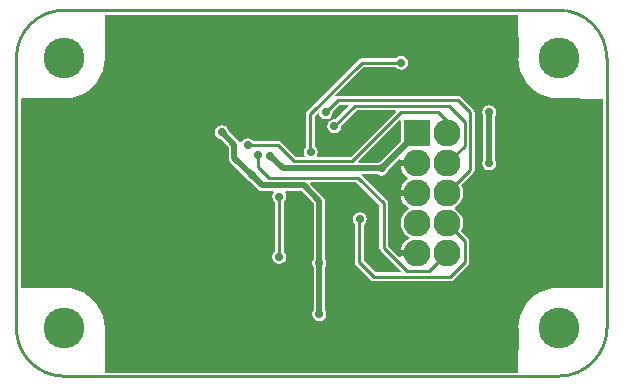
<source format=gbl>
%FSLAX25Y25*%
%MOIN*%
G70*
G01*
G75*
G04 Layer_Physical_Order=2*
G04 Layer_Color=16711680*
%ADD10R,0.07600X0.04700*%
%ADD11R,0.07600X0.09500*%
%ADD12R,0.08400X0.08400*%
%ADD13R,0.05400X0.01600*%
%ADD14R,0.21654X0.07874*%
%ADD15R,0.04000X0.03500*%
%ADD16R,0.06400X0.13200*%
%ADD17R,0.06400X0.04800*%
%ADD18R,0.03500X0.04000*%
%ADD19R,0.03543X0.03150*%
%ADD20R,0.11000X0.04000*%
%ADD21R,0.03150X0.03543*%
%ADD22R,0.09600X0.03200*%
%ADD23R,0.06102X0.00984*%
%ADD24R,0.00984X0.06102*%
%ADD25R,0.04600X0.04000*%
%ADD26C,0.01000*%
%ADD27C,0.02000*%
%ADD28C,0.01500*%
%ADD29C,0.03000*%
%ADD30C,0.13600*%
%ADD31C,0.09000*%
%ADD32R,0.09000X0.09000*%
%ADD33C,0.02800*%
G36*
X267386Y205997D02*
X267382Y205992D01*
X267376Y205992D01*
X267537Y203946D01*
X268029Y201897D01*
X268835Y199951D01*
X269936Y198154D01*
X271305Y196552D01*
X272907Y195183D01*
X274704Y194082D01*
X276650Y193276D01*
X278699Y192784D01*
X280800Y192619D01*
X280896Y192626D01*
X280896Y192626D01*
Y192626D01*
X280903Y192633D01*
X295294Y192573D01*
X295600Y192320D01*
Y129775D01*
X295299Y129527D01*
X280814Y129515D01*
X280800Y129529D01*
Y129528D01*
X278699Y129363D01*
X276650Y128871D01*
X274704Y128065D01*
X272907Y126964D01*
X271305Y125595D01*
X269936Y123993D01*
X268835Y122196D01*
X268029Y120250D01*
X267537Y118201D01*
X267372Y116100D01*
X267379Y116000D01*
X267379Y116000D01*
X267379D01*
X267386Y115993D01*
X267373Y101501D01*
X267125Y101200D01*
X129722D01*
X129405Y101586D01*
X129427Y101701D01*
X129415Y115986D01*
X129429Y116000D01*
X129429D01*
X129263Y118101D01*
X128771Y120150D01*
X127965Y122096D01*
X126864Y123893D01*
X125495Y125495D01*
X123893Y126864D01*
X122096Y127965D01*
X120150Y128771D01*
X118101Y129263D01*
X116000Y129429D01*
X115886Y129420D01*
X115886Y129420D01*
Y129420D01*
X115881Y129414D01*
X101401Y129427D01*
X101400Y129429D01*
Y192318D01*
X101754Y192671D01*
X115744Y192635D01*
X115757Y192638D01*
X116000Y192619D01*
X118101Y192784D01*
X120150Y193276D01*
X122096Y194082D01*
X123893Y195183D01*
X125495Y196552D01*
X126864Y198154D01*
X127965Y199951D01*
X128771Y201897D01*
X129263Y203946D01*
X129416Y205888D01*
X129416D01*
X129412Y205894D01*
X129414Y205904D01*
X129427Y220400D01*
X267373D01*
X267386Y205997D01*
D02*
G37*
%LPC*%
G36*
X257600Y190345D02*
X256703Y190167D01*
X255942Y189658D01*
X255433Y188897D01*
X255255Y188000D01*
X255433Y187103D01*
X255663Y186759D01*
Y172241D01*
X255433Y171897D01*
X255255Y171000D01*
X255433Y170103D01*
X255942Y169342D01*
X256703Y168833D01*
X257600Y168655D01*
X258497Y168833D01*
X259258Y169342D01*
X259767Y170103D01*
X259945Y171000D01*
X259767Y171897D01*
X259537Y172241D01*
Y186759D01*
X259767Y187103D01*
X259945Y188000D01*
X259767Y188897D01*
X259258Y189658D01*
X258497Y190167D01*
X257600Y190345D01*
D02*
G37*
G36*
X228344Y206845D02*
X227447Y206667D01*
X226686Y206158D01*
X226532Y205927D01*
X215100D01*
X215100Y205927D01*
X214554Y205819D01*
X214368Y205695D01*
X214091Y205509D01*
X214091Y205509D01*
X196991Y188409D01*
X196681Y187946D01*
X196573Y187400D01*
X196573Y187400D01*
Y176446D01*
X196442Y176358D01*
X195933Y175597D01*
X195755Y174700D01*
X195933Y173803D01*
X196090Y173568D01*
X195854Y173127D01*
X193056D01*
X188148Y178036D01*
X187685Y178346D01*
X187138Y178454D01*
X187138Y178454D01*
X178894D01*
X178758Y178658D01*
X177997Y179167D01*
X177100Y179345D01*
X176203Y179167D01*
X175442Y178658D01*
X174943Y177911D01*
X174443D01*
X174070Y178470D01*
X170747Y181793D01*
X170667Y182197D01*
X170158Y182958D01*
X169397Y183467D01*
X168500Y183645D01*
X167603Y183467D01*
X166842Y182958D01*
X166333Y182197D01*
X166155Y181300D01*
X166333Y180403D01*
X166842Y179642D01*
X167603Y179133D01*
X168007Y179053D01*
X170763Y176298D01*
Y172900D01*
X170763Y172900D01*
X170763D01*
X170910Y172159D01*
X171330Y171530D01*
X176278Y166583D01*
X176333Y166303D01*
X176842Y165542D01*
X177603Y165033D01*
X178007Y164953D01*
X180630Y162330D01*
X181259Y161910D01*
X182000Y161763D01*
X185648D01*
X185884Y161322D01*
X185533Y160797D01*
X185355Y159900D01*
X185533Y159003D01*
X186042Y158242D01*
X186273Y158088D01*
Y141679D01*
X185942Y141458D01*
X185433Y140697D01*
X185255Y139800D01*
X185433Y138903D01*
X185942Y138142D01*
X186703Y137633D01*
X187600Y137455D01*
X188497Y137633D01*
X189258Y138142D01*
X189767Y138903D01*
X189945Y139800D01*
X189767Y140697D01*
X189258Y141458D01*
X189127Y141546D01*
Y158088D01*
X189358Y158242D01*
X189867Y159003D01*
X190045Y159900D01*
X189867Y160797D01*
X189516Y161322D01*
X189752Y161763D01*
X194998D01*
X199063Y157698D01*
Y139041D01*
X198833Y138697D01*
X198655Y137800D01*
X198833Y136903D01*
X199063Y136559D01*
Y121941D01*
X198833Y121597D01*
X198655Y120700D01*
X198833Y119803D01*
X199342Y119042D01*
X200103Y118533D01*
X201000Y118355D01*
X201897Y118533D01*
X202658Y119042D01*
X203167Y119803D01*
X203345Y120700D01*
X203167Y121597D01*
X202937Y121941D01*
Y136559D01*
X203167Y136903D01*
X203345Y137800D01*
X203167Y138697D01*
X202937Y139041D01*
Y158500D01*
X202790Y159241D01*
X202370Y159870D01*
X198029Y164211D01*
X198220Y164673D01*
X213309D01*
X220973Y157009D01*
Y142900D01*
X220973Y142900D01*
X221081Y142354D01*
X221391Y141891D01*
X228192Y135089D01*
X228001Y134627D01*
X219691D01*
X215727Y138591D01*
Y150454D01*
X216158Y150742D01*
X216667Y151503D01*
X216845Y152400D01*
X216667Y153297D01*
X216158Y154058D01*
X215397Y154567D01*
X214500Y154745D01*
X213603Y154567D01*
X212842Y154058D01*
X212333Y153297D01*
X212155Y152400D01*
X212333Y151503D01*
X212842Y150742D01*
X212873Y150721D01*
Y138000D01*
X212873Y138000D01*
X212981Y137454D01*
X213291Y136991D01*
X218091Y132191D01*
X218091Y132191D01*
X218554Y131881D01*
X218554Y131881D01*
X218554Y131881D01*
D01*
X218554Y131881D01*
X218554Y131881D01*
X219100Y131773D01*
X219100Y131773D01*
X244600D01*
X244600Y131773D01*
X245146Y131881D01*
X245609Y132191D01*
X250409Y136991D01*
X250409Y136991D01*
X250719Y137454D01*
X250719Y137454D01*
X250719Y137454D01*
X250827Y138000D01*
X250827Y138000D01*
Y145100D01*
X250827Y145100D01*
X250719Y145646D01*
X250409Y146109D01*
X248224Y148294D01*
X248761Y149590D01*
X248947Y151000D01*
X248761Y152410D01*
X248217Y153723D01*
X247351Y154851D01*
X246223Y155717D01*
X246143Y155750D01*
Y156250D01*
X246223Y156283D01*
X247351Y157149D01*
X248217Y158277D01*
X248761Y159590D01*
X248947Y161000D01*
X248761Y162410D01*
X248224Y163706D01*
X252309Y167791D01*
X252309Y167791D01*
X252619Y168254D01*
X252727Y168800D01*
X252727Y168800D01*
Y188000D01*
X252619Y188546D01*
X252495Y188732D01*
X252309Y189009D01*
X252309Y189009D01*
X248309Y193009D01*
X247846Y193319D01*
X247300Y193427D01*
X247300Y193427D01*
X207200D01*
X206654Y193319D01*
X206616Y193293D01*
X206299Y193680D01*
X215691Y203073D01*
X226532D01*
X226686Y202842D01*
X227447Y202333D01*
X228344Y202155D01*
X229242Y202333D01*
X230002Y202842D01*
X230511Y203603D01*
X230689Y204500D01*
X230511Y205397D01*
X230002Y206158D01*
X229242Y206667D01*
X228344Y206845D01*
D02*
G37*
%LPD*%
G36*
X228111Y172202D02*
X228084Y172000D01*
X233500D01*
Y170000D01*
X228084D01*
X228142Y169564D01*
X228696Y168226D01*
X229577Y167077D01*
X230656Y166250D01*
Y165750D01*
X229577Y164923D01*
X228696Y163774D01*
X228142Y162436D01*
X228084Y162000D01*
X233500D01*
Y160000D01*
X228084D01*
X228142Y159564D01*
X228696Y158226D01*
X229577Y157077D01*
X230726Y156196D01*
X230777Y156175D01*
Y155717D01*
X229649Y154851D01*
X228783Y153723D01*
X228239Y152410D01*
X228053Y151000D01*
X228239Y149590D01*
X228783Y148277D01*
X229649Y147149D01*
X230777Y146283D01*
Y145825D01*
X230726Y145804D01*
X229577Y144923D01*
X228696Y143774D01*
X228142Y142436D01*
X228084Y142000D01*
X233500D01*
Y140000D01*
X228084D01*
X228099Y139890D01*
X227650Y139668D01*
X223827Y143491D01*
Y157600D01*
X223827Y157600D01*
X223719Y158146D01*
X223409Y158609D01*
X223409Y158609D01*
X215162Y166857D01*
X215353Y167319D01*
X220515D01*
X220859Y167089D01*
X221756Y166911D01*
X222653Y167089D01*
X223414Y167598D01*
X223923Y168359D01*
X224003Y168763D01*
X227662Y172423D01*
X228111Y172202D01*
D02*
G37*
G36*
X210792Y190111D02*
X206272Y185591D01*
X206000Y185645D01*
X205103Y185467D01*
X204342Y184958D01*
X203833Y184197D01*
X203655Y183300D01*
X203833Y182403D01*
X204342Y181642D01*
X205103Y181133D01*
X206000Y180955D01*
X206897Y181133D01*
X207658Y181642D01*
X208167Y182403D01*
X208345Y183300D01*
X208291Y183572D01*
X213391Y188673D01*
X226301D01*
X226492Y188211D01*
X211409Y173127D01*
X200346D01*
X200110Y173568D01*
X200267Y173803D01*
X200445Y174700D01*
X200267Y175597D01*
X199758Y176358D01*
X199427Y176579D01*
Y186809D01*
X200441Y187822D01*
X200919Y187677D01*
X201033Y187103D01*
X201542Y186342D01*
X202303Y185833D01*
X203200Y185655D01*
X204097Y185833D01*
X204858Y186342D01*
X205367Y187103D01*
X205545Y188000D01*
X205491Y188272D01*
X207791Y190573D01*
X210601D01*
X210792Y190111D01*
D02*
G37*
G36*
X228100Y185128D02*
Y178340D01*
X221263Y171503D01*
X220859Y171423D01*
X220515Y171193D01*
X214165D01*
X213974Y171655D01*
X227638Y185319D01*
X228100Y185128D01*
D02*
G37*
D26*
X215100Y204500D02*
X228344D01*
X198000Y187400D02*
X215100Y204500D01*
X198000Y175200D02*
Y187400D01*
Y174700D02*
X198100D01*
X213900Y166100D02*
X222400Y157600D01*
X184374Y166100D02*
X213900D01*
X180700Y169774D02*
X184374Y166100D01*
X198000Y174700D02*
Y175100D01*
X198200Y175300D01*
X187138Y177027D02*
X192465Y171700D01*
X180700Y169774D02*
Y173800D01*
X177127Y177027D02*
X187138D01*
X177100Y177000D02*
X177127Y177027D01*
X198100Y175300D02*
X198200D01*
X198000Y175200D02*
X198100Y175300D01*
X251300Y168800D02*
Y188000D01*
X243500Y161000D02*
X251300Y168800D01*
X243500Y151000D02*
X249400Y145100D01*
Y138000D02*
Y145100D01*
X244600Y133200D02*
X249400Y138000D01*
X219100Y133200D02*
X244600D01*
X214300Y138000D02*
X219100Y133200D01*
X214300Y138000D02*
Y152400D01*
X249400Y176900D02*
Y184800D01*
X243500Y171000D02*
X249400Y176900D01*
X237600Y135100D02*
X243500Y141000D01*
X230200Y135100D02*
X237600D01*
X222400Y142900D02*
X230200Y135100D01*
X222400Y142900D02*
Y157600D01*
X187700Y139900D02*
Y159900D01*
X243500Y181000D02*
Y185000D01*
X206000Y183300D02*
X212800Y190100D01*
X244100D01*
X249400Y184800D01*
X207200Y192000D02*
X247300D01*
X203200Y188000D02*
X207200Y192000D01*
X247300D02*
X251300Y188000D01*
X240500D02*
X243500Y185000D01*
X192465Y171700D02*
X212000D01*
X228300Y188000D01*
X240500D01*
X116000Y222047D02*
G03*
X100000Y206000I0J-16000D01*
G01*
X99999Y116000D02*
G03*
X116000Y99999I16001J0D01*
G01*
X296803Y206000D02*
G03*
X280800Y222050I-16003J47D01*
G01*
Y100039D02*
G03*
X296861Y116100I0J16061D01*
G01*
X116000Y222047D02*
X280800D01*
X296850Y116100D02*
Y206000D01*
X100000Y116000D02*
Y206000D01*
X116000Y100000D02*
X280800D01*
D27*
X201000Y120700D02*
Y137800D01*
X178400Y167200D02*
X178500D01*
X172700Y172900D02*
X178400Y167200D01*
X184700Y173500D02*
X188944Y169256D01*
X221756D01*
X233500Y181000D01*
X257600Y171000D02*
Y188000D01*
X168500Y181300D02*
X172700Y177100D01*
Y172900D02*
Y177100D01*
X178500Y167200D02*
X182000Y163700D01*
X195800D01*
X201000Y158500D01*
Y137800D02*
Y158500D01*
D30*
X116000Y116000D02*
D03*
Y206047D02*
D03*
X280800Y116100D02*
D03*
Y206047D02*
D03*
D31*
X243500Y141000D02*
D03*
X233500D02*
D03*
X243500Y151000D02*
D03*
Y161000D02*
D03*
Y171000D02*
D03*
Y181000D02*
D03*
X233500Y171000D02*
D03*
Y161000D02*
D03*
Y151000D02*
D03*
D32*
Y181000D02*
D03*
D33*
X201000Y120700D02*
D03*
X198100Y174700D02*
D03*
X178500Y167200D02*
D03*
X180500Y173800D02*
D03*
X177100Y177000D02*
D03*
X203200Y188000D02*
D03*
X206000Y183300D02*
D03*
X228344Y204500D02*
D03*
X187600Y139800D02*
D03*
X184700Y173500D02*
D03*
X201000Y137800D02*
D03*
X221756Y169256D02*
D03*
X257600Y171000D02*
D03*
Y188000D02*
D03*
X168500Y181300D02*
D03*
X187700Y159900D02*
D03*
X252600Y160500D02*
D03*
X291800Y132600D02*
D03*
X292100Y189500D02*
D03*
X264700Y217400D02*
D03*
X132500Y217900D02*
D03*
X104100Y189800D02*
D03*
X104200Y132100D02*
D03*
X131800Y104300D02*
D03*
X264600Y104100D02*
D03*
X207500Y149400D02*
D03*
X170500Y140400D02*
D03*
X181100Y140300D02*
D03*
X194500Y190500D02*
D03*
X188500Y203700D02*
D03*
X169500Y190500D02*
D03*
X166400Y112600D02*
D03*
X202600Y112400D02*
D03*
X165800Y122700D02*
D03*
X214500Y152400D02*
D03*
M02*

</source>
